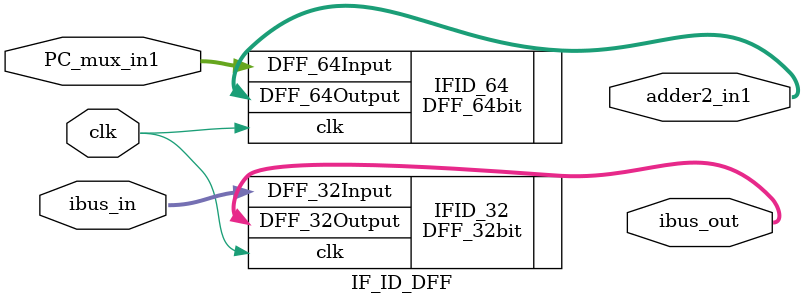
<source format=v>
`timescale 1ns / 1ps


module IF_ID_DFF(ibus_in, clk, PC_mux_in1, ibus_out, adder2_in1);
    input [31:0] ibus_in;
    input clk; 
    input [63:0] PC_mux_in1;
    output [31:0] ibus_out;
    output [63:0] adder2_in1;
    
    DFF_32bit IFID_32(.DFF_32Input(ibus_in), 
                      .clk(clk), 
                      .DFF_32Output(ibus_out));
                      
    DFF_64bit IFID_64(.DFF_64Input(PC_mux_in1), 
                      .clk(clk), 
                      .DFF_64Output(adder2_in1));
endmodule

</source>
